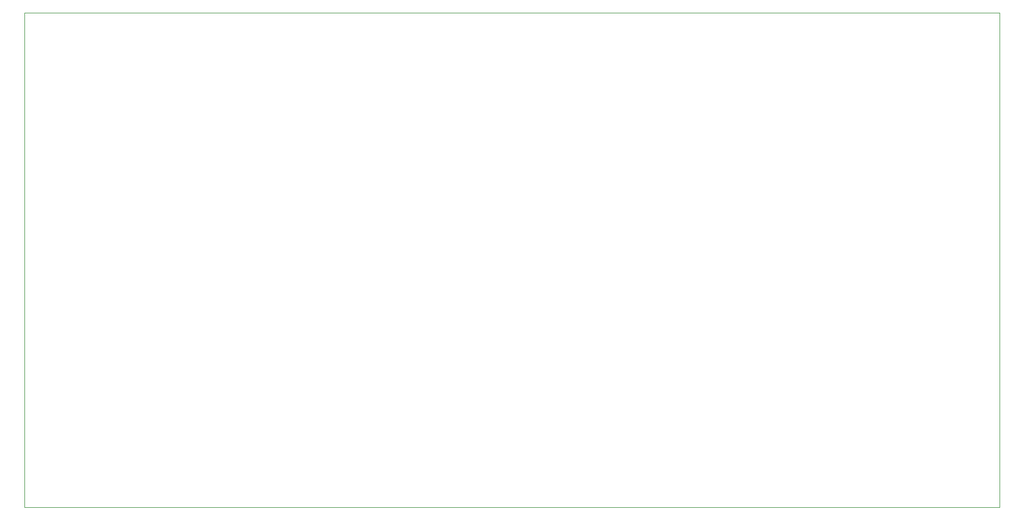
<source format=gbr>
G04 #@! TF.GenerationSoftware,KiCad,Pcbnew,(6.0.5)*
G04 #@! TF.CreationDate,2022-06-02T22:05:21-04:00*
G04 #@! TF.ProjectId,PB_16,50425f31-362e-46b6-9963-61645f706362,v2*
G04 #@! TF.SameCoordinates,Original*
G04 #@! TF.FileFunction,Profile,NP*
%FSLAX46Y46*%
G04 Gerber Fmt 4.6, Leading zero omitted, Abs format (unit mm)*
G04 Created by KiCad (PCBNEW (6.0.5)) date 2022-06-02 22:05:21*
%MOMM*%
%LPD*%
G01*
G04 APERTURE LIST*
G04 #@! TA.AperFunction,Profile*
%ADD10C,0.050000*%
G04 #@! TD*
G04 APERTURE END LIST*
D10*
X218801000Y-153617800D02*
X218801000Y-78117800D01*
X70201000Y-78117800D02*
X70201000Y-153617800D01*
X218801000Y-78117800D02*
X70201000Y-78117800D01*
X218801000Y-153617800D02*
X70201000Y-153617800D01*
M02*

</source>
